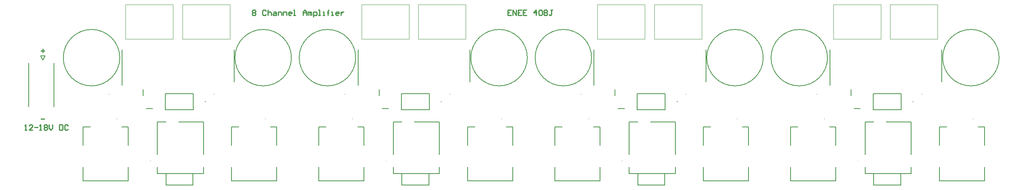
<source format=gto>
G04*
G04 #@! TF.GenerationSoftware,Altium Limited,Altium Designer,23.0.1 (38)*
G04*
G04 Layer_Color=65535*
%FSLAX26Y26*%
%MOIN*%
G70*
G04*
G04 #@! TF.SameCoordinates,B86BD9B1-E4BC-44FB-91C3-8862E556E9DD*
G04*
G04*
G04 #@! TF.FilePolarity,Positive*
G04*
G01*
G75*
%ADD10C,0.003937*%
%ADD11C,0.007874*%
%ADD12C,0.005000*%
%ADD13C,0.010000*%
D10*
X7285154Y211925D02*
G03*
X7289091Y211925I1968J0D01*
G01*
D02*
G03*
X7285154Y211925I-1968J0D01*
G01*
X5230154D02*
G03*
X5234091Y211925I1968J0D01*
G01*
D02*
G03*
X5230154Y211925I-1968J0D01*
G01*
X3175154D02*
G03*
X3179091Y211925I1968J0D01*
G01*
D02*
G03*
X3175154Y211925I-1968J0D01*
G01*
X1120154D02*
G03*
X1124091Y211925I1968J0D01*
G01*
D02*
G03*
X1120154Y211925I-1968J0D01*
G01*
X6995197Y574095D02*
G03*
X6995197Y578032I0J1968D01*
G01*
D02*
G03*
X6995197Y574095I0J-1968D01*
G01*
X8290197D02*
G03*
X8290197Y578032I0J1968D01*
G01*
D02*
G03*
X8290197Y574095I0J-1968D01*
G01*
X4940197D02*
G03*
X4940197Y578032I0J1968D01*
G01*
D02*
G03*
X4940197Y574095I0J-1968D01*
G01*
X6235197D02*
G03*
X6235197Y578032I0J1968D01*
G01*
D02*
G03*
X6235197Y574095I0J-1968D01*
G01*
X2885197D02*
G03*
X2885197Y578032I0J1968D01*
G01*
D02*
G03*
X2885197Y574095I0J-1968D01*
G01*
X4180197D02*
G03*
X4180197Y578032I0J1968D01*
G01*
D02*
G03*
X4180197Y574095I0J-1968D01*
G01*
X830197D02*
G03*
X830197Y578032I0J1968D01*
G01*
D02*
G03*
X830197Y574095I0J-1968D01*
G01*
X2125197D02*
G03*
X2125197Y578032I0J1968D01*
G01*
D02*
G03*
X2125197Y574095I0J-1968D01*
G01*
X7071732Y1571417D02*
X7485118D01*
Y1272205D02*
Y1571417D01*
X7071732Y1272205D02*
X7485118D01*
X7071732D02*
Y1571417D01*
X7566732D02*
X7980118D01*
Y1272205D02*
Y1571417D01*
X7566732Y1272205D02*
X7980118D01*
X7566732D02*
Y1571417D01*
X5016732D02*
X5430118D01*
Y1272205D02*
Y1571417D01*
X5016732Y1272205D02*
X5430118D01*
X5016732D02*
Y1571417D01*
X5511732D02*
X5925118D01*
Y1272205D02*
Y1571417D01*
X5511732Y1272205D02*
X5925118D01*
X5511732D02*
Y1571417D01*
X2961732D02*
X3375118D01*
Y1272205D02*
Y1571417D01*
X2961732Y1272205D02*
X3375118D01*
X2961732D02*
Y1571417D01*
X3456732D02*
X3870118D01*
Y1272205D02*
Y1571417D01*
X3456732Y1272205D02*
X3870118D01*
X3456732D02*
Y1571417D01*
X906732D02*
X1320118D01*
Y1272205D02*
Y1571417D01*
X906732Y1272205D02*
X1320118D01*
X906732D02*
Y1571417D01*
X1401732D02*
X1815118D01*
Y1272205D02*
Y1571417D01*
X1401732Y1272205D02*
X1815118D01*
X1401732D02*
Y1571417D01*
D11*
X6926575Y791260D02*
G03*
X6926575Y791260I-1968J0D01*
G01*
X7021063Y1109685D02*
G03*
X7021063Y1109685I-246063J0D01*
G01*
X8516063D02*
G03*
X8516063Y1109685I-246063J0D01*
G01*
X7841575Y791260D02*
G03*
X7841575Y791260I-1968J0D01*
G01*
X7768346Y726260D02*
G03*
X7764409Y726260I-1968J0D01*
G01*
D02*
G03*
X7768346Y726260I1968J0D01*
G01*
D02*
G03*
X7764409Y726260I-1968J0D01*
G01*
X4871575Y791260D02*
G03*
X4871575Y791260I-1968J0D01*
G01*
X4966063Y1109685D02*
G03*
X4966063Y1109685I-246063J0D01*
G01*
X6461063D02*
G03*
X6461063Y1109685I-246063J0D01*
G01*
X5786575Y791260D02*
G03*
X5786575Y791260I-1968J0D01*
G01*
X5713346Y726260D02*
G03*
X5709409Y726260I-1968J0D01*
G01*
D02*
G03*
X5713346Y726260I1968J0D01*
G01*
D02*
G03*
X5709409Y726260I-1968J0D01*
G01*
X2816575Y791260D02*
G03*
X2816575Y791260I-1968J0D01*
G01*
X2911063Y1109685D02*
G03*
X2911063Y1109685I-246063J0D01*
G01*
X4406063D02*
G03*
X4406063Y1109685I-246063J0D01*
G01*
X3731575Y791260D02*
G03*
X3731575Y791260I-1968J0D01*
G01*
X3658347Y726260D02*
G03*
X3654410Y726260I-1968J0D01*
G01*
D02*
G03*
X3658347Y726260I1968J0D01*
G01*
D02*
G03*
X3654410Y726260I-1968J0D01*
G01*
X761575Y791260D02*
G03*
X761575Y791260I-1968J0D01*
G01*
X856063Y1109685D02*
G03*
X856063Y1109685I-246063J0D01*
G01*
X2351063D02*
G03*
X2351063Y1109685I-246063J0D01*
G01*
X1676575Y791260D02*
G03*
X1676575Y791260I-1968J0D01*
G01*
X1603347Y726260D02*
G03*
X1599409Y726260I-1968J0D01*
G01*
D02*
G03*
X1603347Y726260I1968J0D01*
G01*
D02*
G03*
X1599409Y726260I-1968J0D01*
G01*
X7348146Y267043D02*
Y550508D01*
X7422949D01*
X7533185D02*
X7749721D01*
Y267043D02*
Y550508D01*
Y97752D02*
Y156807D01*
X7348146Y97752D02*
X7749721D01*
X7348146D02*
Y156807D01*
X7422949Y-673D02*
X7659169D01*
Y97752D01*
X7422949D02*
X7659169D01*
X7422949Y-673D02*
Y97752D01*
X5293146Y267043D02*
Y550508D01*
X5367949D01*
X5478185D02*
X5694721D01*
Y267043D02*
Y550508D01*
Y97752D02*
Y156807D01*
X5293146Y97752D02*
X5694721D01*
X5293146D02*
Y156807D01*
X5367949Y-673D02*
X5604169D01*
Y97752D01*
X5367949D02*
X5604169D01*
X5367949Y-673D02*
Y97752D01*
X3238146Y267043D02*
Y550508D01*
X3312949D01*
X3423185D02*
X3639721D01*
Y267043D02*
Y550508D01*
Y97752D02*
Y156807D01*
X3238146Y97752D02*
X3639721D01*
X3238146D02*
Y156807D01*
X3312949Y-673D02*
X3549169D01*
Y97752D01*
X3312949D02*
X3549169D01*
X3312949Y-673D02*
Y97752D01*
X1183146Y267043D02*
Y550508D01*
X1257949D01*
X1368185D02*
X1584721D01*
Y267043D02*
Y550508D01*
Y97752D02*
Y156807D01*
X1183146Y97752D02*
X1584721D01*
X1183146D02*
Y156807D01*
X1257949Y-673D02*
X1494169D01*
Y97752D01*
X1257949D02*
X1494169D01*
X1257949Y-673D02*
Y97752D01*
X7093622Y34724D02*
Y156772D01*
X6699921Y34724D02*
X7093622D01*
X6699921D02*
Y156772D01*
X7093622Y345748D02*
Y507166D01*
X7038504D02*
X7093622D01*
X6699921D02*
X6762913D01*
X6699921Y345748D02*
Y507166D01*
X7042402Y867716D02*
Y1179961D01*
X8017598Y900039D02*
Y1179961D01*
X7225000Y778701D02*
Y833819D01*
X8388622Y34724D02*
Y156772D01*
X7994921Y34724D02*
X8388622D01*
X7994921D02*
Y156772D01*
X8388622Y345748D02*
Y507166D01*
X8333504D02*
X8388622D01*
X7994921D02*
X8057913D01*
X7994921Y345748D02*
Y507166D01*
X7417953Y656575D02*
Y795945D01*
X7662047D01*
Y656575D02*
Y795945D01*
X7417953Y656575D02*
X7662047D01*
X7252441Y666260D02*
X7307559D01*
X5038622Y34724D02*
Y156772D01*
X4644921Y34724D02*
X5038622D01*
X4644921D02*
Y156772D01*
X5038622Y345748D02*
Y507166D01*
X4983504D02*
X5038622D01*
X4644921D02*
X4707913D01*
X4644921Y345748D02*
Y507166D01*
X4987402Y867716D02*
Y1179961D01*
X5962598Y900039D02*
Y1179961D01*
X5170000Y778701D02*
Y833819D01*
X6333622Y34724D02*
Y156772D01*
X5939921Y34724D02*
X6333622D01*
X5939921D02*
Y156772D01*
X6333622Y345748D02*
Y507166D01*
X6278504D02*
X6333622D01*
X5939921D02*
X6002913D01*
X5939921Y345748D02*
Y507166D01*
X5362953Y656575D02*
Y795945D01*
X5607047D01*
Y656575D02*
Y795945D01*
X5362953Y656575D02*
X5607047D01*
X5197441Y666260D02*
X5252559D01*
X2983622Y34724D02*
Y156772D01*
X2589921Y34724D02*
X2983622D01*
X2589921D02*
Y156772D01*
X2983622Y345748D02*
Y507166D01*
X2928504D02*
X2983622D01*
X2589921D02*
X2652913D01*
X2589921Y345748D02*
Y507166D01*
X2932402Y867716D02*
Y1179961D01*
X3907598Y900039D02*
Y1179961D01*
X3115000Y778701D02*
Y833819D01*
X4278622Y34724D02*
Y156772D01*
X3884921Y34724D02*
X4278622D01*
X3884921D02*
Y156772D01*
X4278622Y345748D02*
Y507166D01*
X4223504D02*
X4278622D01*
X3884921D02*
X3947913D01*
X3884921Y345748D02*
Y507166D01*
X3307953Y656575D02*
Y795945D01*
X3552047D01*
Y656575D02*
Y795945D01*
X3307953Y656575D02*
X3552047D01*
X3142441Y666260D02*
X3197559D01*
X928622Y34724D02*
Y156772D01*
X534921Y34724D02*
X928622D01*
X534921D02*
Y156772D01*
X928622Y345748D02*
Y507166D01*
X873504D02*
X928622D01*
X534921D02*
X597913D01*
X534921Y345748D02*
Y507166D01*
X877402Y867716D02*
Y1179961D01*
X1852598Y900039D02*
Y1179961D01*
X1060000Y778701D02*
Y833819D01*
X2223622Y34724D02*
Y156772D01*
X1829921Y34724D02*
X2223622D01*
X1829921D02*
Y156772D01*
X2223622Y345748D02*
Y507166D01*
X2168504D02*
X2223622D01*
X1829921D02*
X1892913D01*
X1829921Y345748D02*
Y507166D01*
X1252953Y656575D02*
Y795945D01*
X1497047D01*
Y656575D02*
Y795945D01*
X1252953Y656575D02*
X1497047D01*
X1087441Y666260D02*
X1142559D01*
D12*
X62953Y681339D02*
Y1061260D01*
X282244Y681339D02*
Y1061260D01*
X165315Y1127205D02*
X204685D01*
X185000Y1087835D02*
X204685Y1127205D01*
X165315D02*
X185000Y1087835D01*
D13*
X4264990Y1524986D02*
X4235000D01*
Y1480000D01*
X4264990D01*
X4235000Y1502493D02*
X4249995D01*
X4279985Y1480000D02*
Y1524986D01*
X4309976Y1480000D01*
Y1524986D01*
X4354961D02*
X4324971D01*
Y1480000D01*
X4354961D01*
X4324971Y1502493D02*
X4339966D01*
X4399947Y1524986D02*
X4369957D01*
Y1480000D01*
X4399947D01*
X4369957Y1502493D02*
X4384952D01*
X4482420Y1480000D02*
Y1524986D01*
X4459927Y1502493D01*
X4489918D01*
X4504913Y1517488D02*
X4512411Y1524986D01*
X4527406D01*
X4534903Y1517488D01*
Y1487498D01*
X4527406Y1480000D01*
X4512411D01*
X4504913Y1487498D01*
Y1517488D01*
X4549899D02*
X4557396Y1524986D01*
X4572391D01*
X4579889Y1517488D01*
Y1509990D01*
X4572391Y1502493D01*
X4579889Y1494995D01*
Y1487498D01*
X4572391Y1480000D01*
X4557396D01*
X4549899Y1487498D01*
Y1494995D01*
X4557396Y1502493D01*
X4549899Y1509990D01*
Y1517488D01*
X4557396Y1502493D02*
X4572391D01*
X4624874Y1524986D02*
X4609879D01*
X4617377D01*
Y1487498D01*
X4609879Y1480000D01*
X4602382D01*
X4594884Y1487498D01*
X2010000Y1517483D02*
X2017498Y1524981D01*
X2032493D01*
X2039990Y1517483D01*
Y1509986D01*
X2032493Y1502488D01*
X2039990Y1494990D01*
Y1487493D01*
X2032493Y1479995D01*
X2017498D01*
X2010000Y1487493D01*
Y1494990D01*
X2017498Y1502488D01*
X2010000Y1509986D01*
Y1517483D01*
X2017498Y1502488D02*
X2032493D01*
X2129961Y1517483D02*
X2122464Y1524981D01*
X2107469D01*
X2099971Y1517483D01*
Y1487493D01*
X2107469Y1479995D01*
X2122464D01*
X2129961Y1487493D01*
X2144956Y1524981D02*
Y1479995D01*
Y1502488D01*
X2152454Y1509986D01*
X2167449D01*
X2174947Y1502488D01*
Y1479995D01*
X2197440Y1509986D02*
X2212435D01*
X2219932Y1502488D01*
Y1479995D01*
X2197440D01*
X2189942Y1487493D01*
X2197440Y1494990D01*
X2219932D01*
X2234927Y1479995D02*
Y1509986D01*
X2257420D01*
X2264918Y1502488D01*
Y1479995D01*
X2279913D02*
Y1509986D01*
X2302406D01*
X2309903Y1502488D01*
Y1479995D01*
X2347391D02*
X2332396D01*
X2324898Y1487493D01*
Y1502488D01*
X2332396Y1509986D01*
X2347391D01*
X2354889Y1502488D01*
Y1494990D01*
X2324898D01*
X2369884Y1479995D02*
X2384879D01*
X2377382D01*
Y1524981D01*
X2369884D01*
X2452357Y1479995D02*
Y1509986D01*
X2467353Y1524981D01*
X2482348Y1509986D01*
Y1479995D01*
Y1502488D01*
X2452357D01*
X2497343Y1479995D02*
Y1509986D01*
X2504840D01*
X2512338Y1502488D01*
Y1479995D01*
Y1502488D01*
X2519836Y1509986D01*
X2527333Y1502488D01*
Y1479995D01*
X2542328Y1465000D02*
Y1509986D01*
X2564821D01*
X2572319Y1502488D01*
Y1487493D01*
X2564821Y1479995D01*
X2542328D01*
X2587314D02*
X2602309D01*
X2594811D01*
Y1524981D01*
X2587314D01*
X2624802Y1479995D02*
X2639797D01*
X2632299D01*
Y1509986D01*
X2624802D01*
X2669787Y1479995D02*
Y1517483D01*
Y1502488D01*
X2662290D01*
X2677285D01*
X2669787D01*
Y1517483D01*
X2677285Y1524981D01*
X2699778Y1479995D02*
X2714773D01*
X2707275D01*
Y1509986D01*
X2699778D01*
X2759758Y1479995D02*
X2744763D01*
X2737265Y1487493D01*
Y1502488D01*
X2744763Y1509986D01*
X2759758D01*
X2767256Y1502488D01*
Y1494990D01*
X2737265D01*
X2782251Y1509986D02*
Y1479995D01*
Y1494990D01*
X2789749Y1502488D01*
X2797246Y1509986D01*
X2804744D01*
X170000Y575000D02*
X199990D01*
X170000Y1169995D02*
X199990D01*
X184995Y1184990D02*
Y1155000D01*
X30000Y480000D02*
X44995D01*
X37498D01*
Y524986D01*
X30000Y517488D01*
X97478Y480000D02*
X67488D01*
X97478Y509990D01*
Y517488D01*
X89981Y524986D01*
X74986D01*
X67488Y517488D01*
X112473Y502493D02*
X142464D01*
X157459Y480000D02*
X172454D01*
X164957D01*
Y524986D01*
X157459Y517488D01*
X194947D02*
X202444Y524986D01*
X217440D01*
X224937Y517488D01*
Y509990D01*
X217440Y502493D01*
X224937Y494995D01*
Y487498D01*
X217440Y480000D01*
X202444D01*
X194947Y487498D01*
Y494995D01*
X202444Y502493D01*
X194947Y509990D01*
Y517488D01*
X202444Y502493D02*
X217440D01*
X239932Y524986D02*
Y494995D01*
X254928Y480000D01*
X269923Y494995D01*
Y524986D01*
X329903D02*
Y480000D01*
X352396D01*
X359894Y487498D01*
Y517488D01*
X352396Y524986D01*
X329903D01*
X404879Y517488D02*
X397382Y524986D01*
X382386D01*
X374889Y517488D01*
Y487498D01*
X382386Y480000D01*
X397382D01*
X404879Y487498D01*
M02*

</source>
